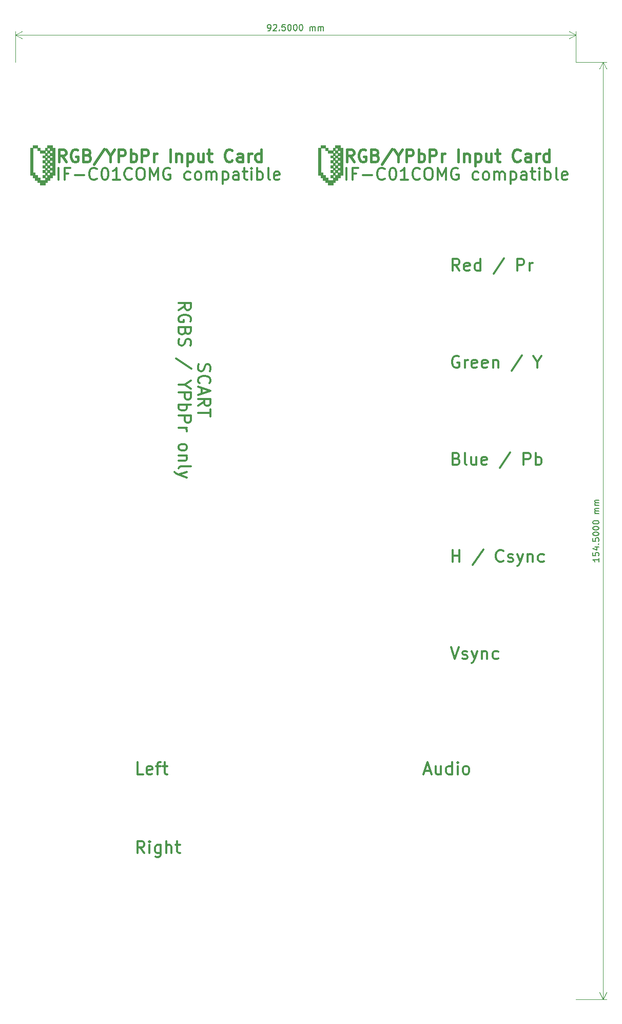
<source format=gbr>
G04 #@! TF.GenerationSoftware,KiCad,Pcbnew,(6.0.5)*
G04 #@! TF.CreationDate,2022-09-16T18:15:02+12:00*
G04 #@! TF.ProjectId,JVCard-panel,4a564361-7264-42d7-9061-6e656c2e6b69,rev?*
G04 #@! TF.SameCoordinates,Original*
G04 #@! TF.FileFunction,Legend,Top*
G04 #@! TF.FilePolarity,Positive*
%FSLAX46Y46*%
G04 Gerber Fmt 4.6, Leading zero omitted, Abs format (unit mm)*
G04 Created by KiCad (PCBNEW (6.0.5)) date 2022-09-16 18:15:02*
%MOMM*%
%LPD*%
G01*
G04 APERTURE LIST*
%ADD10C,0.150000*%
%ADD11C,0.120000*%
%ADD12C,0.300000*%
%ADD13C,0.400000*%
%ADD14C,0.010000*%
G04 APERTURE END LIST*
D10*
X-125773809Y7697619D02*
X-125583333Y7697619D01*
X-125488095Y7745238D01*
X-125440476Y7792857D01*
X-125345238Y7935714D01*
X-125297619Y8126190D01*
X-125297619Y8507142D01*
X-125345238Y8602380D01*
X-125392857Y8650000D01*
X-125488095Y8697619D01*
X-125678571Y8697619D01*
X-125773809Y8650000D01*
X-125821428Y8602380D01*
X-125869047Y8507142D01*
X-125869047Y8269047D01*
X-125821428Y8173809D01*
X-125773809Y8126190D01*
X-125678571Y8078571D01*
X-125488095Y8078571D01*
X-125392857Y8126190D01*
X-125345238Y8173809D01*
X-125297619Y8269047D01*
X-124916666Y8602380D02*
X-124869047Y8650000D01*
X-124773809Y8697619D01*
X-124535714Y8697619D01*
X-124440476Y8650000D01*
X-124392857Y8602380D01*
X-124345238Y8507142D01*
X-124345238Y8411904D01*
X-124392857Y8269047D01*
X-124964285Y7697619D01*
X-124345238Y7697619D01*
X-123916666Y7792857D02*
X-123869047Y7745238D01*
X-123916666Y7697619D01*
X-123964285Y7745238D01*
X-123916666Y7792857D01*
X-123916666Y7697619D01*
X-122964285Y8697619D02*
X-123440476Y8697619D01*
X-123488095Y8221428D01*
X-123440476Y8269047D01*
X-123345238Y8316666D01*
X-123107142Y8316666D01*
X-123011904Y8269047D01*
X-122964285Y8221428D01*
X-122916666Y8126190D01*
X-122916666Y7888095D01*
X-122964285Y7792857D01*
X-123011904Y7745238D01*
X-123107142Y7697619D01*
X-123345238Y7697619D01*
X-123440476Y7745238D01*
X-123488095Y7792857D01*
X-122297619Y8697619D02*
X-122202380Y8697619D01*
X-122107142Y8650000D01*
X-122059523Y8602380D01*
X-122011904Y8507142D01*
X-121964285Y8316666D01*
X-121964285Y8078571D01*
X-122011904Y7888095D01*
X-122059523Y7792857D01*
X-122107142Y7745238D01*
X-122202380Y7697619D01*
X-122297619Y7697619D01*
X-122392857Y7745238D01*
X-122440476Y7792857D01*
X-122488095Y7888095D01*
X-122535714Y8078571D01*
X-122535714Y8316666D01*
X-122488095Y8507142D01*
X-122440476Y8602380D01*
X-122392857Y8650000D01*
X-122297619Y8697619D01*
X-121345238Y8697619D02*
X-121250000Y8697619D01*
X-121154761Y8650000D01*
X-121107142Y8602380D01*
X-121059523Y8507142D01*
X-121011904Y8316666D01*
X-121011904Y8078571D01*
X-121059523Y7888095D01*
X-121107142Y7792857D01*
X-121154761Y7745238D01*
X-121250000Y7697619D01*
X-121345238Y7697619D01*
X-121440476Y7745238D01*
X-121488095Y7792857D01*
X-121535714Y7888095D01*
X-121583333Y8078571D01*
X-121583333Y8316666D01*
X-121535714Y8507142D01*
X-121488095Y8602380D01*
X-121440476Y8650000D01*
X-121345238Y8697619D01*
X-120392857Y8697619D02*
X-120297619Y8697619D01*
X-120202380Y8650000D01*
X-120154761Y8602380D01*
X-120107142Y8507142D01*
X-120059523Y8316666D01*
X-120059523Y8078571D01*
X-120107142Y7888095D01*
X-120154761Y7792857D01*
X-120202380Y7745238D01*
X-120297619Y7697619D01*
X-120392857Y7697619D01*
X-120488095Y7745238D01*
X-120535714Y7792857D01*
X-120583333Y7888095D01*
X-120630952Y8078571D01*
X-120630952Y8316666D01*
X-120583333Y8507142D01*
X-120535714Y8602380D01*
X-120488095Y8650000D01*
X-120392857Y8697619D01*
X-118869047Y7697619D02*
X-118869047Y8364285D01*
X-118869047Y8269047D02*
X-118821428Y8316666D01*
X-118726190Y8364285D01*
X-118583333Y8364285D01*
X-118488095Y8316666D01*
X-118440476Y8221428D01*
X-118440476Y7697619D01*
X-118440476Y8221428D02*
X-118392857Y8316666D01*
X-118297619Y8364285D01*
X-118154761Y8364285D01*
X-118059523Y8316666D01*
X-118011904Y8221428D01*
X-118011904Y7697619D01*
X-117535714Y7697619D02*
X-117535714Y8364285D01*
X-117535714Y8269047D02*
X-117488095Y8316666D01*
X-117392857Y8364285D01*
X-117250000Y8364285D01*
X-117154761Y8316666D01*
X-117107142Y8221428D01*
X-117107142Y7697619D01*
X-117107142Y8221428D02*
X-117059523Y8316666D01*
X-116964285Y8364285D01*
X-116821428Y8364285D01*
X-116726190Y8316666D01*
X-116678571Y8221428D01*
X-116678571Y7697619D01*
D11*
X-75000000Y2500000D02*
X-75000000Y7586420D01*
X-167500000Y2500000D02*
X-167500000Y7586420D01*
X-75000000Y7000000D02*
X-167500000Y7000000D01*
X-75000000Y7000000D02*
X-167500000Y7000000D01*
X-75000000Y7000000D02*
X-76126504Y7586421D01*
X-75000000Y7000000D02*
X-76126504Y6413579D01*
X-167500000Y7000000D02*
X-166373496Y6413579D01*
X-167500000Y7000000D02*
X-166373496Y7586421D01*
D10*
X-71197619Y-79273809D02*
X-71197619Y-79845238D01*
X-71197619Y-79559523D02*
X-72197619Y-79559523D01*
X-72054761Y-79654761D01*
X-71959523Y-79750000D01*
X-71911904Y-79845238D01*
X-72197619Y-78369047D02*
X-72197619Y-78845238D01*
X-71721428Y-78892857D01*
X-71769047Y-78845238D01*
X-71816666Y-78750000D01*
X-71816666Y-78511904D01*
X-71769047Y-78416666D01*
X-71721428Y-78369047D01*
X-71626190Y-78321428D01*
X-71388095Y-78321428D01*
X-71292857Y-78369047D01*
X-71245238Y-78416666D01*
X-71197619Y-78511904D01*
X-71197619Y-78750000D01*
X-71245238Y-78845238D01*
X-71292857Y-78892857D01*
X-71864285Y-77464285D02*
X-71197619Y-77464285D01*
X-72245238Y-77702380D02*
X-71530952Y-77940476D01*
X-71530952Y-77321428D01*
X-71292857Y-76940476D02*
X-71245238Y-76892857D01*
X-71197619Y-76940476D01*
X-71245238Y-76988095D01*
X-71292857Y-76940476D01*
X-71197619Y-76940476D01*
X-72197619Y-75988095D02*
X-72197619Y-76464285D01*
X-71721428Y-76511904D01*
X-71769047Y-76464285D01*
X-71816666Y-76369047D01*
X-71816666Y-76130952D01*
X-71769047Y-76035714D01*
X-71721428Y-75988095D01*
X-71626190Y-75940476D01*
X-71388095Y-75940476D01*
X-71292857Y-75988095D01*
X-71245238Y-76035714D01*
X-71197619Y-76130952D01*
X-71197619Y-76369047D01*
X-71245238Y-76464285D01*
X-71292857Y-76511904D01*
X-72197619Y-75321428D02*
X-72197619Y-75226190D01*
X-72150000Y-75130952D01*
X-72102380Y-75083333D01*
X-72007142Y-75035714D01*
X-71816666Y-74988095D01*
X-71578571Y-74988095D01*
X-71388095Y-75035714D01*
X-71292857Y-75083333D01*
X-71245238Y-75130952D01*
X-71197619Y-75226190D01*
X-71197619Y-75321428D01*
X-71245238Y-75416666D01*
X-71292857Y-75464285D01*
X-71388095Y-75511904D01*
X-71578571Y-75559523D01*
X-71816666Y-75559523D01*
X-72007142Y-75511904D01*
X-72102380Y-75464285D01*
X-72150000Y-75416666D01*
X-72197619Y-75321428D01*
X-72197619Y-74369047D02*
X-72197619Y-74273809D01*
X-72150000Y-74178571D01*
X-72102380Y-74130952D01*
X-72007142Y-74083333D01*
X-71816666Y-74035714D01*
X-71578571Y-74035714D01*
X-71388095Y-74083333D01*
X-71292857Y-74130952D01*
X-71245238Y-74178571D01*
X-71197619Y-74273809D01*
X-71197619Y-74369047D01*
X-71245238Y-74464285D01*
X-71292857Y-74511904D01*
X-71388095Y-74559523D01*
X-71578571Y-74607142D01*
X-71816666Y-74607142D01*
X-72007142Y-74559523D01*
X-72102380Y-74511904D01*
X-72150000Y-74464285D01*
X-72197619Y-74369047D01*
X-72197619Y-73416666D02*
X-72197619Y-73321428D01*
X-72150000Y-73226190D01*
X-72102380Y-73178571D01*
X-72007142Y-73130952D01*
X-71816666Y-73083333D01*
X-71578571Y-73083333D01*
X-71388095Y-73130952D01*
X-71292857Y-73178571D01*
X-71245238Y-73226190D01*
X-71197619Y-73321428D01*
X-71197619Y-73416666D01*
X-71245238Y-73511904D01*
X-71292857Y-73559523D01*
X-71388095Y-73607142D01*
X-71578571Y-73654761D01*
X-71816666Y-73654761D01*
X-72007142Y-73607142D01*
X-72102380Y-73559523D01*
X-72150000Y-73511904D01*
X-72197619Y-73416666D01*
X-71197619Y-71892857D02*
X-71864285Y-71892857D01*
X-71769047Y-71892857D02*
X-71816666Y-71845238D01*
X-71864285Y-71750000D01*
X-71864285Y-71607142D01*
X-71816666Y-71511904D01*
X-71721428Y-71464285D01*
X-71197619Y-71464285D01*
X-71721428Y-71464285D02*
X-71816666Y-71416666D01*
X-71864285Y-71321428D01*
X-71864285Y-71178571D01*
X-71816666Y-71083333D01*
X-71721428Y-71035714D01*
X-71197619Y-71035714D01*
X-71197619Y-70559523D02*
X-71864285Y-70559523D01*
X-71769047Y-70559523D02*
X-71816666Y-70511904D01*
X-71864285Y-70416666D01*
X-71864285Y-70273809D01*
X-71816666Y-70178571D01*
X-71721428Y-70130952D01*
X-71197619Y-70130952D01*
X-71721428Y-70130952D02*
X-71816666Y-70083333D01*
X-71864285Y-69988095D01*
X-71864285Y-69845238D01*
X-71816666Y-69750000D01*
X-71721428Y-69702380D01*
X-71197619Y-69702380D01*
D11*
X-75000000Y2500000D02*
X-69913580Y2500000D01*
X-75000000Y-152000000D02*
X-69913580Y-152000000D01*
X-70500000Y2500000D02*
X-70500000Y-152000000D01*
X-70500000Y2500000D02*
X-70500000Y-152000000D01*
X-70500000Y2500000D02*
X-71086421Y1373496D01*
X-70500000Y2500000D02*
X-69913579Y1373496D01*
X-70500000Y-152000000D02*
X-69913579Y-150873496D01*
X-70500000Y-152000000D02*
X-71086421Y-150873496D01*
D12*
X-137199523Y-47309523D02*
X-137294761Y-47595238D01*
X-137294761Y-48071428D01*
X-137199523Y-48261904D01*
X-137104285Y-48357142D01*
X-136913809Y-48452380D01*
X-136723333Y-48452380D01*
X-136532857Y-48357142D01*
X-136437619Y-48261904D01*
X-136342380Y-48071428D01*
X-136247142Y-47690476D01*
X-136151904Y-47500000D01*
X-136056666Y-47404761D01*
X-135866190Y-47309523D01*
X-135675714Y-47309523D01*
X-135485238Y-47404761D01*
X-135390000Y-47500000D01*
X-135294761Y-47690476D01*
X-135294761Y-48166666D01*
X-135390000Y-48452380D01*
X-137104285Y-50452380D02*
X-137199523Y-50357142D01*
X-137294761Y-50071428D01*
X-137294761Y-49880952D01*
X-137199523Y-49595238D01*
X-137009047Y-49404761D01*
X-136818571Y-49309523D01*
X-136437619Y-49214285D01*
X-136151904Y-49214285D01*
X-135770952Y-49309523D01*
X-135580476Y-49404761D01*
X-135390000Y-49595238D01*
X-135294761Y-49880952D01*
X-135294761Y-50071428D01*
X-135390000Y-50357142D01*
X-135485238Y-50452380D01*
X-136723333Y-51214285D02*
X-136723333Y-52166666D01*
X-137294761Y-51023809D02*
X-135294761Y-51690476D01*
X-137294761Y-52357142D01*
X-137294761Y-54166666D02*
X-136342380Y-53500000D01*
X-137294761Y-53023809D02*
X-135294761Y-53023809D01*
X-135294761Y-53785714D01*
X-135390000Y-53976190D01*
X-135485238Y-54071428D01*
X-135675714Y-54166666D01*
X-135961428Y-54166666D01*
X-136151904Y-54071428D01*
X-136247142Y-53976190D01*
X-136342380Y-53785714D01*
X-136342380Y-53023809D01*
X-135294761Y-54738095D02*
X-135294761Y-55880952D01*
X-137294761Y-55309523D02*
X-135294761Y-55309523D01*
X-140514761Y-38357142D02*
X-139562380Y-37690476D01*
X-140514761Y-37214285D02*
X-138514761Y-37214285D01*
X-138514761Y-37976190D01*
X-138610000Y-38166666D01*
X-138705238Y-38261904D01*
X-138895714Y-38357142D01*
X-139181428Y-38357142D01*
X-139371904Y-38261904D01*
X-139467142Y-38166666D01*
X-139562380Y-37976190D01*
X-139562380Y-37214285D01*
X-138610000Y-40261904D02*
X-138514761Y-40071428D01*
X-138514761Y-39785714D01*
X-138610000Y-39500000D01*
X-138800476Y-39309523D01*
X-138990952Y-39214285D01*
X-139371904Y-39119047D01*
X-139657619Y-39119047D01*
X-140038571Y-39214285D01*
X-140229047Y-39309523D01*
X-140419523Y-39500000D01*
X-140514761Y-39785714D01*
X-140514761Y-39976190D01*
X-140419523Y-40261904D01*
X-140324285Y-40357142D01*
X-139657619Y-40357142D01*
X-139657619Y-39976190D01*
X-139467142Y-41880952D02*
X-139562380Y-42166666D01*
X-139657619Y-42261904D01*
X-139848095Y-42357142D01*
X-140133809Y-42357142D01*
X-140324285Y-42261904D01*
X-140419523Y-42166666D01*
X-140514761Y-41976190D01*
X-140514761Y-41214285D01*
X-138514761Y-41214285D01*
X-138514761Y-41880952D01*
X-138610000Y-42071428D01*
X-138705238Y-42166666D01*
X-138895714Y-42261904D01*
X-139086190Y-42261904D01*
X-139276666Y-42166666D01*
X-139371904Y-42071428D01*
X-139467142Y-41880952D01*
X-139467142Y-41214285D01*
X-140419523Y-43119047D02*
X-140514761Y-43404761D01*
X-140514761Y-43880952D01*
X-140419523Y-44071428D01*
X-140324285Y-44166666D01*
X-140133809Y-44261904D01*
X-139943333Y-44261904D01*
X-139752857Y-44166666D01*
X-139657619Y-44071428D01*
X-139562380Y-43880952D01*
X-139467142Y-43500000D01*
X-139371904Y-43309523D01*
X-139276666Y-43214285D01*
X-139086190Y-43119047D01*
X-138895714Y-43119047D01*
X-138705238Y-43214285D01*
X-138610000Y-43309523D01*
X-138514761Y-43500000D01*
X-138514761Y-43976190D01*
X-138610000Y-44261904D01*
X-138419523Y-48071428D02*
X-140990952Y-46357142D01*
X-139562380Y-50642857D02*
X-140514761Y-50642857D01*
X-138514761Y-49976190D02*
X-139562380Y-50642857D01*
X-138514761Y-51309523D01*
X-140514761Y-51976190D02*
X-138514761Y-51976190D01*
X-138514761Y-52738095D01*
X-138610000Y-52928571D01*
X-138705238Y-53023809D01*
X-138895714Y-53119047D01*
X-139181428Y-53119047D01*
X-139371904Y-53023809D01*
X-139467142Y-52928571D01*
X-139562380Y-52738095D01*
X-139562380Y-51976190D01*
X-140514761Y-53976190D02*
X-138514761Y-53976190D01*
X-139276666Y-53976190D02*
X-139181428Y-54166666D01*
X-139181428Y-54547619D01*
X-139276666Y-54738095D01*
X-139371904Y-54833333D01*
X-139562380Y-54928571D01*
X-140133809Y-54928571D01*
X-140324285Y-54833333D01*
X-140419523Y-54738095D01*
X-140514761Y-54547619D01*
X-140514761Y-54166666D01*
X-140419523Y-53976190D01*
X-140514761Y-55785714D02*
X-138514761Y-55785714D01*
X-138514761Y-56547619D01*
X-138610000Y-56738095D01*
X-138705238Y-56833333D01*
X-138895714Y-56928571D01*
X-139181428Y-56928571D01*
X-139371904Y-56833333D01*
X-139467142Y-56738095D01*
X-139562380Y-56547619D01*
X-139562380Y-55785714D01*
X-140514761Y-57785714D02*
X-139181428Y-57785714D01*
X-139562380Y-57785714D02*
X-139371904Y-57880952D01*
X-139276666Y-57976190D01*
X-139181428Y-58166666D01*
X-139181428Y-58357142D01*
X-140514761Y-60833333D02*
X-140419523Y-60642857D01*
X-140324285Y-60547619D01*
X-140133809Y-60452380D01*
X-139562380Y-60452380D01*
X-139371904Y-60547619D01*
X-139276666Y-60642857D01*
X-139181428Y-60833333D01*
X-139181428Y-61119047D01*
X-139276666Y-61309523D01*
X-139371904Y-61404761D01*
X-139562380Y-61500000D01*
X-140133809Y-61500000D01*
X-140324285Y-61404761D01*
X-140419523Y-61309523D01*
X-140514761Y-61119047D01*
X-140514761Y-60833333D01*
X-139181428Y-62357142D02*
X-140514761Y-62357142D01*
X-139371904Y-62357142D02*
X-139276666Y-62452380D01*
X-139181428Y-62642857D01*
X-139181428Y-62928571D01*
X-139276666Y-63119047D01*
X-139467142Y-63214285D01*
X-140514761Y-63214285D01*
X-140514761Y-64452380D02*
X-140419523Y-64261904D01*
X-140229047Y-64166666D01*
X-138514761Y-64166666D01*
X-139181428Y-65023809D02*
X-140514761Y-65500000D01*
X-139181428Y-65976190D02*
X-140514761Y-65500000D01*
X-140990952Y-65309523D01*
X-141086190Y-65214285D01*
X-141181428Y-65023809D01*
D13*
X-159120952Y-13904761D02*
X-159787619Y-12952380D01*
X-160263809Y-13904761D02*
X-160263809Y-11904761D01*
X-159501904Y-11904761D01*
X-159311428Y-12000000D01*
X-159216190Y-12095238D01*
X-159120952Y-12285714D01*
X-159120952Y-12571428D01*
X-159216190Y-12761904D01*
X-159311428Y-12857142D01*
X-159501904Y-12952380D01*
X-160263809Y-12952380D01*
X-157216190Y-12000000D02*
X-157406666Y-11904761D01*
X-157692380Y-11904761D01*
X-157978095Y-12000000D01*
X-158168571Y-12190476D01*
X-158263809Y-12380952D01*
X-158359047Y-12761904D01*
X-158359047Y-13047619D01*
X-158263809Y-13428571D01*
X-158168571Y-13619047D01*
X-157978095Y-13809523D01*
X-157692380Y-13904761D01*
X-157501904Y-13904761D01*
X-157216190Y-13809523D01*
X-157120952Y-13714285D01*
X-157120952Y-13047619D01*
X-157501904Y-13047619D01*
X-155597142Y-12857142D02*
X-155311428Y-12952380D01*
X-155216190Y-13047619D01*
X-155120952Y-13238095D01*
X-155120952Y-13523809D01*
X-155216190Y-13714285D01*
X-155311428Y-13809523D01*
X-155501904Y-13904761D01*
X-156263809Y-13904761D01*
X-156263809Y-11904761D01*
X-155597142Y-11904761D01*
X-155406666Y-12000000D01*
X-155311428Y-12095238D01*
X-155216190Y-12285714D01*
X-155216190Y-12476190D01*
X-155311428Y-12666666D01*
X-155406666Y-12761904D01*
X-155597142Y-12857142D01*
X-156263809Y-12857142D01*
X-152835238Y-11809523D02*
X-154549523Y-14380952D01*
X-151787619Y-12952380D02*
X-151787619Y-13904761D01*
X-152454285Y-11904761D02*
X-151787619Y-12952380D01*
X-151120952Y-11904761D01*
X-150454285Y-13904761D02*
X-150454285Y-11904761D01*
X-149692380Y-11904761D01*
X-149501904Y-12000000D01*
X-149406666Y-12095238D01*
X-149311428Y-12285714D01*
X-149311428Y-12571428D01*
X-149406666Y-12761904D01*
X-149501904Y-12857142D01*
X-149692380Y-12952380D01*
X-150454285Y-12952380D01*
X-148454285Y-13904761D02*
X-148454285Y-11904761D01*
X-148454285Y-12666666D02*
X-148263809Y-12571428D01*
X-147882857Y-12571428D01*
X-147692380Y-12666666D01*
X-147597142Y-12761904D01*
X-147501904Y-12952380D01*
X-147501904Y-13523809D01*
X-147597142Y-13714285D01*
X-147692380Y-13809523D01*
X-147882857Y-13904761D01*
X-148263809Y-13904761D01*
X-148454285Y-13809523D01*
X-146644761Y-13904761D02*
X-146644761Y-11904761D01*
X-145882857Y-11904761D01*
X-145692380Y-12000000D01*
X-145597142Y-12095238D01*
X-145501904Y-12285714D01*
X-145501904Y-12571428D01*
X-145597142Y-12761904D01*
X-145692380Y-12857142D01*
X-145882857Y-12952380D01*
X-146644761Y-12952380D01*
X-144644761Y-13904761D02*
X-144644761Y-12571428D01*
X-144644761Y-12952380D02*
X-144549523Y-12761904D01*
X-144454285Y-12666666D01*
X-144263809Y-12571428D01*
X-144073333Y-12571428D01*
X-141882857Y-13904761D02*
X-141882857Y-11904761D01*
X-140930476Y-12571428D02*
X-140930476Y-13904761D01*
X-140930476Y-12761904D02*
X-140835238Y-12666666D01*
X-140644761Y-12571428D01*
X-140359047Y-12571428D01*
X-140168571Y-12666666D01*
X-140073333Y-12857142D01*
X-140073333Y-13904761D01*
X-139120952Y-12571428D02*
X-139120952Y-14571428D01*
X-139120952Y-12666666D02*
X-138930476Y-12571428D01*
X-138549523Y-12571428D01*
X-138359047Y-12666666D01*
X-138263809Y-12761904D01*
X-138168571Y-12952380D01*
X-138168571Y-13523809D01*
X-138263809Y-13714285D01*
X-138359047Y-13809523D01*
X-138549523Y-13904761D01*
X-138930476Y-13904761D01*
X-139120952Y-13809523D01*
X-136454285Y-12571428D02*
X-136454285Y-13904761D01*
X-137311428Y-12571428D02*
X-137311428Y-13619047D01*
X-137216190Y-13809523D01*
X-137025714Y-13904761D01*
X-136740000Y-13904761D01*
X-136549523Y-13809523D01*
X-136454285Y-13714285D01*
X-135787619Y-12571428D02*
X-135025714Y-12571428D01*
X-135501904Y-11904761D02*
X-135501904Y-13619047D01*
X-135406666Y-13809523D01*
X-135216190Y-13904761D01*
X-135025714Y-13904761D01*
X-131692380Y-13714285D02*
X-131787619Y-13809523D01*
X-132073333Y-13904761D01*
X-132263809Y-13904761D01*
X-132549523Y-13809523D01*
X-132740000Y-13619047D01*
X-132835238Y-13428571D01*
X-132930476Y-13047619D01*
X-132930476Y-12761904D01*
X-132835238Y-12380952D01*
X-132740000Y-12190476D01*
X-132549523Y-12000000D01*
X-132263809Y-11904761D01*
X-132073333Y-11904761D01*
X-131787619Y-12000000D01*
X-131692380Y-12095238D01*
X-129978095Y-13904761D02*
X-129978095Y-12857142D01*
X-130073333Y-12666666D01*
X-130263809Y-12571428D01*
X-130644761Y-12571428D01*
X-130835238Y-12666666D01*
X-129978095Y-13809523D02*
X-130168571Y-13904761D01*
X-130644761Y-13904761D01*
X-130835238Y-13809523D01*
X-130930476Y-13619047D01*
X-130930476Y-13428571D01*
X-130835238Y-13238095D01*
X-130644761Y-13142857D01*
X-130168571Y-13142857D01*
X-129978095Y-13047619D01*
X-129025714Y-13904761D02*
X-129025714Y-12571428D01*
X-129025714Y-12952380D02*
X-128930476Y-12761904D01*
X-128835238Y-12666666D01*
X-128644761Y-12571428D01*
X-128454285Y-12571428D01*
X-126930476Y-13904761D02*
X-126930476Y-11904761D01*
X-126930476Y-13809523D02*
X-127120952Y-13904761D01*
X-127501904Y-13904761D01*
X-127692380Y-13809523D01*
X-127787619Y-13714285D01*
X-127882857Y-13523809D01*
X-127882857Y-12952380D01*
X-127787619Y-12761904D01*
X-127692380Y-12666666D01*
X-127501904Y-12571428D01*
X-127120952Y-12571428D01*
X-126930476Y-12666666D01*
D12*
X-146185952Y-127904761D02*
X-146852619Y-126952380D01*
X-147328809Y-127904761D02*
X-147328809Y-125904761D01*
X-146566904Y-125904761D01*
X-146376428Y-126000000D01*
X-146281190Y-126095238D01*
X-146185952Y-126285714D01*
X-146185952Y-126571428D01*
X-146281190Y-126761904D01*
X-146376428Y-126857142D01*
X-146566904Y-126952380D01*
X-147328809Y-126952380D01*
X-145328809Y-127904761D02*
X-145328809Y-126571428D01*
X-145328809Y-125904761D02*
X-145424047Y-126000000D01*
X-145328809Y-126095238D01*
X-145233571Y-126000000D01*
X-145328809Y-125904761D01*
X-145328809Y-126095238D01*
X-143519285Y-126571428D02*
X-143519285Y-128190476D01*
X-143614523Y-128380952D01*
X-143709761Y-128476190D01*
X-143900238Y-128571428D01*
X-144185952Y-128571428D01*
X-144376428Y-128476190D01*
X-143519285Y-127809523D02*
X-143709761Y-127904761D01*
X-144090714Y-127904761D01*
X-144281190Y-127809523D01*
X-144376428Y-127714285D01*
X-144471666Y-127523809D01*
X-144471666Y-126952380D01*
X-144376428Y-126761904D01*
X-144281190Y-126666666D01*
X-144090714Y-126571428D01*
X-143709761Y-126571428D01*
X-143519285Y-126666666D01*
X-142566904Y-127904761D02*
X-142566904Y-125904761D01*
X-141709761Y-127904761D02*
X-141709761Y-126857142D01*
X-141805000Y-126666666D01*
X-141995476Y-126571428D01*
X-142281190Y-126571428D01*
X-142471666Y-126666666D01*
X-142566904Y-126761904D01*
X-141043095Y-126571428D02*
X-140281190Y-126571428D01*
X-140757380Y-125904761D02*
X-140757380Y-127619047D01*
X-140662142Y-127809523D01*
X-140471666Y-127904761D01*
X-140281190Y-127904761D01*
X-160328809Y-16904761D02*
X-160328809Y-14904761D01*
X-158709761Y-15857142D02*
X-159376428Y-15857142D01*
X-159376428Y-16904761D02*
X-159376428Y-14904761D01*
X-158424047Y-14904761D01*
X-157662142Y-16142857D02*
X-156138333Y-16142857D01*
X-154043095Y-16714285D02*
X-154138333Y-16809523D01*
X-154424047Y-16904761D01*
X-154614523Y-16904761D01*
X-154900238Y-16809523D01*
X-155090714Y-16619047D01*
X-155185952Y-16428571D01*
X-155281190Y-16047619D01*
X-155281190Y-15761904D01*
X-155185952Y-15380952D01*
X-155090714Y-15190476D01*
X-154900238Y-15000000D01*
X-154614523Y-14904761D01*
X-154424047Y-14904761D01*
X-154138333Y-15000000D01*
X-154043095Y-15095238D01*
X-152805000Y-14904761D02*
X-152614523Y-14904761D01*
X-152424047Y-15000000D01*
X-152328809Y-15095238D01*
X-152233571Y-15285714D01*
X-152138333Y-15666666D01*
X-152138333Y-16142857D01*
X-152233571Y-16523809D01*
X-152328809Y-16714285D01*
X-152424047Y-16809523D01*
X-152614523Y-16904761D01*
X-152805000Y-16904761D01*
X-152995476Y-16809523D01*
X-153090714Y-16714285D01*
X-153185952Y-16523809D01*
X-153281190Y-16142857D01*
X-153281190Y-15666666D01*
X-153185952Y-15285714D01*
X-153090714Y-15095238D01*
X-152995476Y-15000000D01*
X-152805000Y-14904761D01*
X-150233571Y-16904761D02*
X-151376428Y-16904761D01*
X-150805000Y-16904761D02*
X-150805000Y-14904761D01*
X-150995476Y-15190476D01*
X-151185952Y-15380952D01*
X-151376428Y-15476190D01*
X-148233571Y-16714285D02*
X-148328809Y-16809523D01*
X-148614523Y-16904761D01*
X-148805000Y-16904761D01*
X-149090714Y-16809523D01*
X-149281190Y-16619047D01*
X-149376428Y-16428571D01*
X-149471666Y-16047619D01*
X-149471666Y-15761904D01*
X-149376428Y-15380952D01*
X-149281190Y-15190476D01*
X-149090714Y-15000000D01*
X-148805000Y-14904761D01*
X-148614523Y-14904761D01*
X-148328809Y-15000000D01*
X-148233571Y-15095238D01*
X-146995476Y-14904761D02*
X-146614523Y-14904761D01*
X-146424047Y-15000000D01*
X-146233571Y-15190476D01*
X-146138333Y-15571428D01*
X-146138333Y-16238095D01*
X-146233571Y-16619047D01*
X-146424047Y-16809523D01*
X-146614523Y-16904761D01*
X-146995476Y-16904761D01*
X-147185952Y-16809523D01*
X-147376428Y-16619047D01*
X-147471666Y-16238095D01*
X-147471666Y-15571428D01*
X-147376428Y-15190476D01*
X-147185952Y-15000000D01*
X-146995476Y-14904761D01*
X-145281190Y-16904761D02*
X-145281190Y-14904761D01*
X-144614523Y-16333333D01*
X-143947857Y-14904761D01*
X-143947857Y-16904761D01*
X-141947857Y-15000000D02*
X-142138333Y-14904761D01*
X-142424047Y-14904761D01*
X-142709761Y-15000000D01*
X-142900238Y-15190476D01*
X-142995476Y-15380952D01*
X-143090714Y-15761904D01*
X-143090714Y-16047619D01*
X-142995476Y-16428571D01*
X-142900238Y-16619047D01*
X-142709761Y-16809523D01*
X-142424047Y-16904761D01*
X-142233571Y-16904761D01*
X-141947857Y-16809523D01*
X-141852619Y-16714285D01*
X-141852619Y-16047619D01*
X-142233571Y-16047619D01*
X-138614523Y-16809523D02*
X-138805000Y-16904761D01*
X-139185952Y-16904761D01*
X-139376428Y-16809523D01*
X-139471666Y-16714285D01*
X-139566904Y-16523809D01*
X-139566904Y-15952380D01*
X-139471666Y-15761904D01*
X-139376428Y-15666666D01*
X-139185952Y-15571428D01*
X-138805000Y-15571428D01*
X-138614523Y-15666666D01*
X-137471666Y-16904761D02*
X-137662142Y-16809523D01*
X-137757380Y-16714285D01*
X-137852619Y-16523809D01*
X-137852619Y-15952380D01*
X-137757380Y-15761904D01*
X-137662142Y-15666666D01*
X-137471666Y-15571428D01*
X-137185952Y-15571428D01*
X-136995476Y-15666666D01*
X-136900238Y-15761904D01*
X-136805000Y-15952380D01*
X-136805000Y-16523809D01*
X-136900238Y-16714285D01*
X-136995476Y-16809523D01*
X-137185952Y-16904761D01*
X-137471666Y-16904761D01*
X-135947857Y-16904761D02*
X-135947857Y-15571428D01*
X-135947857Y-15761904D02*
X-135852619Y-15666666D01*
X-135662142Y-15571428D01*
X-135376428Y-15571428D01*
X-135185952Y-15666666D01*
X-135090714Y-15857142D01*
X-135090714Y-16904761D01*
X-135090714Y-15857142D02*
X-134995476Y-15666666D01*
X-134805000Y-15571428D01*
X-134519285Y-15571428D01*
X-134328809Y-15666666D01*
X-134233571Y-15857142D01*
X-134233571Y-16904761D01*
X-133281190Y-15571428D02*
X-133281190Y-17571428D01*
X-133281190Y-15666666D02*
X-133090714Y-15571428D01*
X-132709761Y-15571428D01*
X-132519285Y-15666666D01*
X-132424047Y-15761904D01*
X-132328809Y-15952380D01*
X-132328809Y-16523809D01*
X-132424047Y-16714285D01*
X-132519285Y-16809523D01*
X-132709761Y-16904761D01*
X-133090714Y-16904761D01*
X-133281190Y-16809523D01*
X-130614523Y-16904761D02*
X-130614523Y-15857142D01*
X-130709761Y-15666666D01*
X-130900238Y-15571428D01*
X-131281190Y-15571428D01*
X-131471666Y-15666666D01*
X-130614523Y-16809523D02*
X-130805000Y-16904761D01*
X-131281190Y-16904761D01*
X-131471666Y-16809523D01*
X-131566904Y-16619047D01*
X-131566904Y-16428571D01*
X-131471666Y-16238095D01*
X-131281190Y-16142857D01*
X-130805000Y-16142857D01*
X-130614523Y-16047619D01*
X-129947857Y-15571428D02*
X-129185952Y-15571428D01*
X-129662142Y-14904761D02*
X-129662142Y-16619047D01*
X-129566904Y-16809523D01*
X-129376428Y-16904761D01*
X-129185952Y-16904761D01*
X-128519285Y-16904761D02*
X-128519285Y-15571428D01*
X-128519285Y-14904761D02*
X-128614523Y-15000000D01*
X-128519285Y-15095238D01*
X-128424047Y-15000000D01*
X-128519285Y-14904761D01*
X-128519285Y-15095238D01*
X-127566904Y-16904761D02*
X-127566904Y-14904761D01*
X-127566904Y-15666666D02*
X-127376428Y-15571428D01*
X-126995476Y-15571428D01*
X-126805000Y-15666666D01*
X-126709761Y-15761904D01*
X-126614523Y-15952380D01*
X-126614523Y-16523809D01*
X-126709761Y-16714285D01*
X-126805000Y-16809523D01*
X-126995476Y-16904761D01*
X-127376428Y-16904761D01*
X-127566904Y-16809523D01*
X-125471666Y-16904761D02*
X-125662142Y-16809523D01*
X-125757380Y-16619047D01*
X-125757380Y-14904761D01*
X-123947857Y-16809523D02*
X-124138333Y-16904761D01*
X-124519285Y-16904761D01*
X-124709761Y-16809523D01*
X-124805000Y-16619047D01*
X-124805000Y-15857142D01*
X-124709761Y-15666666D01*
X-124519285Y-15571428D01*
X-124138333Y-15571428D01*
X-123947857Y-15666666D01*
X-123852619Y-15857142D01*
X-123852619Y-16047619D01*
X-124805000Y-16238095D01*
X-146376428Y-114904761D02*
X-147328809Y-114904761D01*
X-147328809Y-112904761D01*
X-144947857Y-114809523D02*
X-145138333Y-114904761D01*
X-145519285Y-114904761D01*
X-145709761Y-114809523D01*
X-145805000Y-114619047D01*
X-145805000Y-113857142D01*
X-145709761Y-113666666D01*
X-145519285Y-113571428D01*
X-145138333Y-113571428D01*
X-144947857Y-113666666D01*
X-144852619Y-113857142D01*
X-144852619Y-114047619D01*
X-145805000Y-114238095D01*
X-144281190Y-113571428D02*
X-143519285Y-113571428D01*
X-143995476Y-114904761D02*
X-143995476Y-113190476D01*
X-143900238Y-113000000D01*
X-143709761Y-112904761D01*
X-143519285Y-112904761D01*
X-143138333Y-113571428D02*
X-142376428Y-113571428D01*
X-142852619Y-112904761D02*
X-142852619Y-114619047D01*
X-142757380Y-114809523D01*
X-142566904Y-114904761D01*
X-142376428Y-114904761D01*
X-112828809Y-16904761D02*
X-112828809Y-14904761D01*
X-111209761Y-15857142D02*
X-111876428Y-15857142D01*
X-111876428Y-16904761D02*
X-111876428Y-14904761D01*
X-110924047Y-14904761D01*
X-110162142Y-16142857D02*
X-108638333Y-16142857D01*
X-106543095Y-16714285D02*
X-106638333Y-16809523D01*
X-106924047Y-16904761D01*
X-107114523Y-16904761D01*
X-107400238Y-16809523D01*
X-107590714Y-16619047D01*
X-107685952Y-16428571D01*
X-107781190Y-16047619D01*
X-107781190Y-15761904D01*
X-107685952Y-15380952D01*
X-107590714Y-15190476D01*
X-107400238Y-15000000D01*
X-107114523Y-14904761D01*
X-106924047Y-14904761D01*
X-106638333Y-15000000D01*
X-106543095Y-15095238D01*
X-105305000Y-14904761D02*
X-105114523Y-14904761D01*
X-104924047Y-15000000D01*
X-104828809Y-15095238D01*
X-104733571Y-15285714D01*
X-104638333Y-15666666D01*
X-104638333Y-16142857D01*
X-104733571Y-16523809D01*
X-104828809Y-16714285D01*
X-104924047Y-16809523D01*
X-105114523Y-16904761D01*
X-105305000Y-16904761D01*
X-105495476Y-16809523D01*
X-105590714Y-16714285D01*
X-105685952Y-16523809D01*
X-105781190Y-16142857D01*
X-105781190Y-15666666D01*
X-105685952Y-15285714D01*
X-105590714Y-15095238D01*
X-105495476Y-15000000D01*
X-105305000Y-14904761D01*
X-102733571Y-16904761D02*
X-103876428Y-16904761D01*
X-103305000Y-16904761D02*
X-103305000Y-14904761D01*
X-103495476Y-15190476D01*
X-103685952Y-15380952D01*
X-103876428Y-15476190D01*
X-100733571Y-16714285D02*
X-100828809Y-16809523D01*
X-101114523Y-16904761D01*
X-101305000Y-16904761D01*
X-101590714Y-16809523D01*
X-101781190Y-16619047D01*
X-101876428Y-16428571D01*
X-101971666Y-16047619D01*
X-101971666Y-15761904D01*
X-101876428Y-15380952D01*
X-101781190Y-15190476D01*
X-101590714Y-15000000D01*
X-101305000Y-14904761D01*
X-101114523Y-14904761D01*
X-100828809Y-15000000D01*
X-100733571Y-15095238D01*
X-99495476Y-14904761D02*
X-99114523Y-14904761D01*
X-98924047Y-15000000D01*
X-98733571Y-15190476D01*
X-98638333Y-15571428D01*
X-98638333Y-16238095D01*
X-98733571Y-16619047D01*
X-98924047Y-16809523D01*
X-99114523Y-16904761D01*
X-99495476Y-16904761D01*
X-99685952Y-16809523D01*
X-99876428Y-16619047D01*
X-99971666Y-16238095D01*
X-99971666Y-15571428D01*
X-99876428Y-15190476D01*
X-99685952Y-15000000D01*
X-99495476Y-14904761D01*
X-97781190Y-16904761D02*
X-97781190Y-14904761D01*
X-97114523Y-16333333D01*
X-96447857Y-14904761D01*
X-96447857Y-16904761D01*
X-94447857Y-15000000D02*
X-94638333Y-14904761D01*
X-94924047Y-14904761D01*
X-95209761Y-15000000D01*
X-95400238Y-15190476D01*
X-95495476Y-15380952D01*
X-95590714Y-15761904D01*
X-95590714Y-16047619D01*
X-95495476Y-16428571D01*
X-95400238Y-16619047D01*
X-95209761Y-16809523D01*
X-94924047Y-16904761D01*
X-94733571Y-16904761D01*
X-94447857Y-16809523D01*
X-94352619Y-16714285D01*
X-94352619Y-16047619D01*
X-94733571Y-16047619D01*
X-91114523Y-16809523D02*
X-91305000Y-16904761D01*
X-91685952Y-16904761D01*
X-91876428Y-16809523D01*
X-91971666Y-16714285D01*
X-92066904Y-16523809D01*
X-92066904Y-15952380D01*
X-91971666Y-15761904D01*
X-91876428Y-15666666D01*
X-91685952Y-15571428D01*
X-91305000Y-15571428D01*
X-91114523Y-15666666D01*
X-89971666Y-16904761D02*
X-90162142Y-16809523D01*
X-90257380Y-16714285D01*
X-90352619Y-16523809D01*
X-90352619Y-15952380D01*
X-90257380Y-15761904D01*
X-90162142Y-15666666D01*
X-89971666Y-15571428D01*
X-89685952Y-15571428D01*
X-89495476Y-15666666D01*
X-89400238Y-15761904D01*
X-89305000Y-15952380D01*
X-89305000Y-16523809D01*
X-89400238Y-16714285D01*
X-89495476Y-16809523D01*
X-89685952Y-16904761D01*
X-89971666Y-16904761D01*
X-88447857Y-16904761D02*
X-88447857Y-15571428D01*
X-88447857Y-15761904D02*
X-88352619Y-15666666D01*
X-88162142Y-15571428D01*
X-87876428Y-15571428D01*
X-87685952Y-15666666D01*
X-87590714Y-15857142D01*
X-87590714Y-16904761D01*
X-87590714Y-15857142D02*
X-87495476Y-15666666D01*
X-87305000Y-15571428D01*
X-87019285Y-15571428D01*
X-86828809Y-15666666D01*
X-86733571Y-15857142D01*
X-86733571Y-16904761D01*
X-85781190Y-15571428D02*
X-85781190Y-17571428D01*
X-85781190Y-15666666D02*
X-85590714Y-15571428D01*
X-85209761Y-15571428D01*
X-85019285Y-15666666D01*
X-84924047Y-15761904D01*
X-84828809Y-15952380D01*
X-84828809Y-16523809D01*
X-84924047Y-16714285D01*
X-85019285Y-16809523D01*
X-85209761Y-16904761D01*
X-85590714Y-16904761D01*
X-85781190Y-16809523D01*
X-83114523Y-16904761D02*
X-83114523Y-15857142D01*
X-83209761Y-15666666D01*
X-83400238Y-15571428D01*
X-83781190Y-15571428D01*
X-83971666Y-15666666D01*
X-83114523Y-16809523D02*
X-83305000Y-16904761D01*
X-83781190Y-16904761D01*
X-83971666Y-16809523D01*
X-84066904Y-16619047D01*
X-84066904Y-16428571D01*
X-83971666Y-16238095D01*
X-83781190Y-16142857D01*
X-83305000Y-16142857D01*
X-83114523Y-16047619D01*
X-82447857Y-15571428D02*
X-81685952Y-15571428D01*
X-82162142Y-14904761D02*
X-82162142Y-16619047D01*
X-82066904Y-16809523D01*
X-81876428Y-16904761D01*
X-81685952Y-16904761D01*
X-81019285Y-16904761D02*
X-81019285Y-15571428D01*
X-81019285Y-14904761D02*
X-81114523Y-15000000D01*
X-81019285Y-15095238D01*
X-80924047Y-15000000D01*
X-81019285Y-14904761D01*
X-81019285Y-15095238D01*
X-80066904Y-16904761D02*
X-80066904Y-14904761D01*
X-80066904Y-15666666D02*
X-79876428Y-15571428D01*
X-79495476Y-15571428D01*
X-79305000Y-15666666D01*
X-79209761Y-15761904D01*
X-79114523Y-15952380D01*
X-79114523Y-16523809D01*
X-79209761Y-16714285D01*
X-79305000Y-16809523D01*
X-79495476Y-16904761D01*
X-79876428Y-16904761D01*
X-80066904Y-16809523D01*
X-77971666Y-16904761D02*
X-78162142Y-16809523D01*
X-78257380Y-16619047D01*
X-78257380Y-14904761D01*
X-76447857Y-16809523D02*
X-76638333Y-16904761D01*
X-77019285Y-16904761D01*
X-77209761Y-16809523D01*
X-77305000Y-16619047D01*
X-77305000Y-15857142D01*
X-77209761Y-15666666D01*
X-77019285Y-15571428D01*
X-76638333Y-15571428D01*
X-76447857Y-15666666D01*
X-76352619Y-15857142D01*
X-76352619Y-16047619D01*
X-77305000Y-16238095D01*
D13*
X-111620952Y-13904761D02*
X-112287619Y-12952380D01*
X-112763809Y-13904761D02*
X-112763809Y-11904761D01*
X-112001904Y-11904761D01*
X-111811428Y-12000000D01*
X-111716190Y-12095238D01*
X-111620952Y-12285714D01*
X-111620952Y-12571428D01*
X-111716190Y-12761904D01*
X-111811428Y-12857142D01*
X-112001904Y-12952380D01*
X-112763809Y-12952380D01*
X-109716190Y-12000000D02*
X-109906666Y-11904761D01*
X-110192380Y-11904761D01*
X-110478095Y-12000000D01*
X-110668571Y-12190476D01*
X-110763809Y-12380952D01*
X-110859047Y-12761904D01*
X-110859047Y-13047619D01*
X-110763809Y-13428571D01*
X-110668571Y-13619047D01*
X-110478095Y-13809523D01*
X-110192380Y-13904761D01*
X-110001904Y-13904761D01*
X-109716190Y-13809523D01*
X-109620952Y-13714285D01*
X-109620952Y-13047619D01*
X-110001904Y-13047619D01*
X-108097142Y-12857142D02*
X-107811428Y-12952380D01*
X-107716190Y-13047619D01*
X-107620952Y-13238095D01*
X-107620952Y-13523809D01*
X-107716190Y-13714285D01*
X-107811428Y-13809523D01*
X-108001904Y-13904761D01*
X-108763809Y-13904761D01*
X-108763809Y-11904761D01*
X-108097142Y-11904761D01*
X-107906666Y-12000000D01*
X-107811428Y-12095238D01*
X-107716190Y-12285714D01*
X-107716190Y-12476190D01*
X-107811428Y-12666666D01*
X-107906666Y-12761904D01*
X-108097142Y-12857142D01*
X-108763809Y-12857142D01*
X-105335238Y-11809523D02*
X-107049523Y-14380952D01*
X-104287619Y-12952380D02*
X-104287619Y-13904761D01*
X-104954285Y-11904761D02*
X-104287619Y-12952380D01*
X-103620952Y-11904761D01*
X-102954285Y-13904761D02*
X-102954285Y-11904761D01*
X-102192380Y-11904761D01*
X-102001904Y-12000000D01*
X-101906666Y-12095238D01*
X-101811428Y-12285714D01*
X-101811428Y-12571428D01*
X-101906666Y-12761904D01*
X-102001904Y-12857142D01*
X-102192380Y-12952380D01*
X-102954285Y-12952380D01*
X-100954285Y-13904761D02*
X-100954285Y-11904761D01*
X-100954285Y-12666666D02*
X-100763809Y-12571428D01*
X-100382857Y-12571428D01*
X-100192380Y-12666666D01*
X-100097142Y-12761904D01*
X-100001904Y-12952380D01*
X-100001904Y-13523809D01*
X-100097142Y-13714285D01*
X-100192380Y-13809523D01*
X-100382857Y-13904761D01*
X-100763809Y-13904761D01*
X-100954285Y-13809523D01*
X-99144761Y-13904761D02*
X-99144761Y-11904761D01*
X-98382857Y-11904761D01*
X-98192380Y-12000000D01*
X-98097142Y-12095238D01*
X-98001904Y-12285714D01*
X-98001904Y-12571428D01*
X-98097142Y-12761904D01*
X-98192380Y-12857142D01*
X-98382857Y-12952380D01*
X-99144761Y-12952380D01*
X-97144761Y-13904761D02*
X-97144761Y-12571428D01*
X-97144761Y-12952380D02*
X-97049523Y-12761904D01*
X-96954285Y-12666666D01*
X-96763809Y-12571428D01*
X-96573333Y-12571428D01*
X-94382857Y-13904761D02*
X-94382857Y-11904761D01*
X-93430476Y-12571428D02*
X-93430476Y-13904761D01*
X-93430476Y-12761904D02*
X-93335238Y-12666666D01*
X-93144761Y-12571428D01*
X-92859047Y-12571428D01*
X-92668571Y-12666666D01*
X-92573333Y-12857142D01*
X-92573333Y-13904761D01*
X-91620952Y-12571428D02*
X-91620952Y-14571428D01*
X-91620952Y-12666666D02*
X-91430476Y-12571428D01*
X-91049523Y-12571428D01*
X-90859047Y-12666666D01*
X-90763809Y-12761904D01*
X-90668571Y-12952380D01*
X-90668571Y-13523809D01*
X-90763809Y-13714285D01*
X-90859047Y-13809523D01*
X-91049523Y-13904761D01*
X-91430476Y-13904761D01*
X-91620952Y-13809523D01*
X-88954285Y-12571428D02*
X-88954285Y-13904761D01*
X-89811428Y-12571428D02*
X-89811428Y-13619047D01*
X-89716190Y-13809523D01*
X-89525714Y-13904761D01*
X-89240000Y-13904761D01*
X-89049523Y-13809523D01*
X-88954285Y-13714285D01*
X-88287619Y-12571428D02*
X-87525714Y-12571428D01*
X-88001904Y-11904761D02*
X-88001904Y-13619047D01*
X-87906666Y-13809523D01*
X-87716190Y-13904761D01*
X-87525714Y-13904761D01*
X-84192380Y-13714285D02*
X-84287619Y-13809523D01*
X-84573333Y-13904761D01*
X-84763809Y-13904761D01*
X-85049523Y-13809523D01*
X-85240000Y-13619047D01*
X-85335238Y-13428571D01*
X-85430476Y-13047619D01*
X-85430476Y-12761904D01*
X-85335238Y-12380952D01*
X-85240000Y-12190476D01*
X-85049523Y-12000000D01*
X-84763809Y-11904761D01*
X-84573333Y-11904761D01*
X-84287619Y-12000000D01*
X-84192380Y-12095238D01*
X-82478095Y-13904761D02*
X-82478095Y-12857142D01*
X-82573333Y-12666666D01*
X-82763809Y-12571428D01*
X-83144761Y-12571428D01*
X-83335238Y-12666666D01*
X-82478095Y-13809523D02*
X-82668571Y-13904761D01*
X-83144761Y-13904761D01*
X-83335238Y-13809523D01*
X-83430476Y-13619047D01*
X-83430476Y-13428571D01*
X-83335238Y-13238095D01*
X-83144761Y-13142857D01*
X-82668571Y-13142857D01*
X-82478095Y-13047619D01*
X-81525714Y-13904761D02*
X-81525714Y-12571428D01*
X-81525714Y-12952380D02*
X-81430476Y-12761904D01*
X-81335238Y-12666666D01*
X-81144761Y-12571428D01*
X-80954285Y-12571428D01*
X-79430476Y-13904761D02*
X-79430476Y-11904761D01*
X-79430476Y-13809523D02*
X-79620952Y-13904761D01*
X-80001904Y-13904761D01*
X-80192380Y-13809523D01*
X-80287619Y-13714285D01*
X-80382857Y-13523809D01*
X-80382857Y-12952380D01*
X-80287619Y-12761904D01*
X-80192380Y-12666666D01*
X-80001904Y-12571428D01*
X-79620952Y-12571428D01*
X-79430476Y-12666666D01*
D12*
X-99924047Y-114333333D02*
X-98971666Y-114333333D01*
X-100114523Y-114904761D02*
X-99447857Y-112904761D01*
X-98781190Y-114904761D01*
X-97257380Y-113571428D02*
X-97257380Y-114904761D01*
X-98114523Y-113571428D02*
X-98114523Y-114619047D01*
X-98019285Y-114809523D01*
X-97828809Y-114904761D01*
X-97543095Y-114904761D01*
X-97352619Y-114809523D01*
X-97257380Y-114714285D01*
X-95447857Y-114904761D02*
X-95447857Y-112904761D01*
X-95447857Y-114809523D02*
X-95638333Y-114904761D01*
X-96019285Y-114904761D01*
X-96209761Y-114809523D01*
X-96305000Y-114714285D01*
X-96400238Y-114523809D01*
X-96400238Y-113952380D01*
X-96305000Y-113761904D01*
X-96209761Y-113666666D01*
X-96019285Y-113571428D01*
X-95638333Y-113571428D01*
X-95447857Y-113666666D01*
X-94495476Y-114904761D02*
X-94495476Y-113571428D01*
X-94495476Y-112904761D02*
X-94590714Y-113000000D01*
X-94495476Y-113095238D01*
X-94400238Y-113000000D01*
X-94495476Y-112904761D01*
X-94495476Y-113095238D01*
X-93257380Y-114904761D02*
X-93447857Y-114809523D01*
X-93543095Y-114714285D01*
X-93638333Y-114523809D01*
X-93638333Y-113952380D01*
X-93543095Y-113761904D01*
X-93447857Y-113666666D01*
X-93257380Y-113571428D01*
X-92971666Y-113571428D01*
X-92781190Y-113666666D01*
X-92685952Y-113761904D01*
X-92590714Y-113952380D01*
X-92590714Y-114523809D01*
X-92685952Y-114714285D01*
X-92781190Y-114809523D01*
X-92971666Y-114904761D01*
X-93257380Y-114904761D01*
X-95614523Y-93904761D02*
X-94947857Y-95904761D01*
X-94281190Y-93904761D01*
X-93709761Y-95809523D02*
X-93519285Y-95904761D01*
X-93138333Y-95904761D01*
X-92947857Y-95809523D01*
X-92852619Y-95619047D01*
X-92852619Y-95523809D01*
X-92947857Y-95333333D01*
X-93138333Y-95238095D01*
X-93424047Y-95238095D01*
X-93614523Y-95142857D01*
X-93709761Y-94952380D01*
X-93709761Y-94857142D01*
X-93614523Y-94666666D01*
X-93424047Y-94571428D01*
X-93138333Y-94571428D01*
X-92947857Y-94666666D01*
X-92185952Y-94571428D02*
X-91709761Y-95904761D01*
X-91233571Y-94571428D02*
X-91709761Y-95904761D01*
X-91900238Y-96380952D01*
X-91995476Y-96476190D01*
X-92185952Y-96571428D01*
X-90471666Y-94571428D02*
X-90471666Y-95904761D01*
X-90471666Y-94761904D02*
X-90376428Y-94666666D01*
X-90185952Y-94571428D01*
X-89900238Y-94571428D01*
X-89709761Y-94666666D01*
X-89614523Y-94857142D01*
X-89614523Y-95904761D01*
X-87805000Y-95809523D02*
X-87995476Y-95904761D01*
X-88376428Y-95904761D01*
X-88566904Y-95809523D01*
X-88662142Y-95714285D01*
X-88757380Y-95523809D01*
X-88757380Y-94952380D01*
X-88662142Y-94761904D01*
X-88566904Y-94666666D01*
X-88376428Y-94571428D01*
X-87995476Y-94571428D01*
X-87805000Y-94666666D01*
X-95328809Y-79904761D02*
X-95328809Y-77904761D01*
X-95328809Y-78857142D02*
X-94185952Y-78857142D01*
X-94185952Y-79904761D02*
X-94185952Y-77904761D01*
X-90281190Y-77809523D02*
X-91995476Y-80380952D01*
X-86947857Y-79714285D02*
X-87043095Y-79809523D01*
X-87328809Y-79904761D01*
X-87519285Y-79904761D01*
X-87805000Y-79809523D01*
X-87995476Y-79619047D01*
X-88090714Y-79428571D01*
X-88185952Y-79047619D01*
X-88185952Y-78761904D01*
X-88090714Y-78380952D01*
X-87995476Y-78190476D01*
X-87805000Y-78000000D01*
X-87519285Y-77904761D01*
X-87328809Y-77904761D01*
X-87043095Y-78000000D01*
X-86947857Y-78095238D01*
X-86185952Y-79809523D02*
X-85995476Y-79904761D01*
X-85614523Y-79904761D01*
X-85424047Y-79809523D01*
X-85328809Y-79619047D01*
X-85328809Y-79523809D01*
X-85424047Y-79333333D01*
X-85614523Y-79238095D01*
X-85900238Y-79238095D01*
X-86090714Y-79142857D01*
X-86185952Y-78952380D01*
X-86185952Y-78857142D01*
X-86090714Y-78666666D01*
X-85900238Y-78571428D01*
X-85614523Y-78571428D01*
X-85424047Y-78666666D01*
X-84662142Y-78571428D02*
X-84185952Y-79904761D01*
X-83709761Y-78571428D02*
X-84185952Y-79904761D01*
X-84376428Y-80380952D01*
X-84471666Y-80476190D01*
X-84662142Y-80571428D01*
X-82947857Y-78571428D02*
X-82947857Y-79904761D01*
X-82947857Y-78761904D02*
X-82852619Y-78666666D01*
X-82662142Y-78571428D01*
X-82376428Y-78571428D01*
X-82185952Y-78666666D01*
X-82090714Y-78857142D01*
X-82090714Y-79904761D01*
X-80281190Y-79809523D02*
X-80471666Y-79904761D01*
X-80852619Y-79904761D01*
X-81043095Y-79809523D01*
X-81138333Y-79714285D01*
X-81233571Y-79523809D01*
X-81233571Y-78952380D01*
X-81138333Y-78761904D01*
X-81043095Y-78666666D01*
X-80852619Y-78571428D01*
X-80471666Y-78571428D01*
X-80281190Y-78666666D01*
X-94662142Y-62857142D02*
X-94376428Y-62952380D01*
X-94281190Y-63047619D01*
X-94185952Y-63238095D01*
X-94185952Y-63523809D01*
X-94281190Y-63714285D01*
X-94376428Y-63809523D01*
X-94566904Y-63904761D01*
X-95328809Y-63904761D01*
X-95328809Y-61904761D01*
X-94662142Y-61904761D01*
X-94471666Y-62000000D01*
X-94376428Y-62095238D01*
X-94281190Y-62285714D01*
X-94281190Y-62476190D01*
X-94376428Y-62666666D01*
X-94471666Y-62761904D01*
X-94662142Y-62857142D01*
X-95328809Y-62857142D01*
X-93043095Y-63904761D02*
X-93233571Y-63809523D01*
X-93328809Y-63619047D01*
X-93328809Y-61904761D01*
X-91424047Y-62571428D02*
X-91424047Y-63904761D01*
X-92281190Y-62571428D02*
X-92281190Y-63619047D01*
X-92185952Y-63809523D01*
X-91995476Y-63904761D01*
X-91709761Y-63904761D01*
X-91519285Y-63809523D01*
X-91424047Y-63714285D01*
X-89709761Y-63809523D02*
X-89900238Y-63904761D01*
X-90281190Y-63904761D01*
X-90471666Y-63809523D01*
X-90566904Y-63619047D01*
X-90566904Y-62857142D01*
X-90471666Y-62666666D01*
X-90281190Y-62571428D01*
X-89900238Y-62571428D01*
X-89709761Y-62666666D01*
X-89614523Y-62857142D01*
X-89614523Y-63047619D01*
X-90566904Y-63238095D01*
X-85805000Y-61809523D02*
X-87519285Y-64380952D01*
X-83614523Y-63904761D02*
X-83614523Y-61904761D01*
X-82852619Y-61904761D01*
X-82662142Y-62000000D01*
X-82566904Y-62095238D01*
X-82471666Y-62285714D01*
X-82471666Y-62571428D01*
X-82566904Y-62761904D01*
X-82662142Y-62857142D01*
X-82852619Y-62952380D01*
X-83614523Y-62952380D01*
X-81614523Y-63904761D02*
X-81614523Y-61904761D01*
X-81614523Y-62666666D02*
X-81424047Y-62571428D01*
X-81043095Y-62571428D01*
X-80852619Y-62666666D01*
X-80757380Y-62761904D01*
X-80662142Y-62952380D01*
X-80662142Y-63523809D01*
X-80757380Y-63714285D01*
X-80852619Y-63809523D01*
X-81043095Y-63904761D01*
X-81424047Y-63904761D01*
X-81614523Y-63809523D01*
X-94281190Y-46000000D02*
X-94471666Y-45904761D01*
X-94757380Y-45904761D01*
X-95043095Y-46000000D01*
X-95233571Y-46190476D01*
X-95328809Y-46380952D01*
X-95424047Y-46761904D01*
X-95424047Y-47047619D01*
X-95328809Y-47428571D01*
X-95233571Y-47619047D01*
X-95043095Y-47809523D01*
X-94757380Y-47904761D01*
X-94566904Y-47904761D01*
X-94281190Y-47809523D01*
X-94185952Y-47714285D01*
X-94185952Y-47047619D01*
X-94566904Y-47047619D01*
X-93328809Y-47904761D02*
X-93328809Y-46571428D01*
X-93328809Y-46952380D02*
X-93233571Y-46761904D01*
X-93138333Y-46666666D01*
X-92947857Y-46571428D01*
X-92757380Y-46571428D01*
X-91328809Y-47809523D02*
X-91519285Y-47904761D01*
X-91900238Y-47904761D01*
X-92090714Y-47809523D01*
X-92185952Y-47619047D01*
X-92185952Y-46857142D01*
X-92090714Y-46666666D01*
X-91900238Y-46571428D01*
X-91519285Y-46571428D01*
X-91328809Y-46666666D01*
X-91233571Y-46857142D01*
X-91233571Y-47047619D01*
X-92185952Y-47238095D01*
X-89614523Y-47809523D02*
X-89805000Y-47904761D01*
X-90185952Y-47904761D01*
X-90376428Y-47809523D01*
X-90471666Y-47619047D01*
X-90471666Y-46857142D01*
X-90376428Y-46666666D01*
X-90185952Y-46571428D01*
X-89805000Y-46571428D01*
X-89614523Y-46666666D01*
X-89519285Y-46857142D01*
X-89519285Y-47047619D01*
X-90471666Y-47238095D01*
X-88662142Y-46571428D02*
X-88662142Y-47904761D01*
X-88662142Y-46761904D02*
X-88566904Y-46666666D01*
X-88376428Y-46571428D01*
X-88090714Y-46571428D01*
X-87900238Y-46666666D01*
X-87805000Y-46857142D01*
X-87805000Y-47904761D01*
X-83900238Y-45809523D02*
X-85614523Y-48380952D01*
X-81328809Y-46952380D02*
X-81328809Y-47904761D01*
X-81995476Y-45904761D02*
X-81328809Y-46952380D01*
X-80662142Y-45904761D01*
X-94185952Y-31904761D02*
X-94852619Y-30952380D01*
X-95328809Y-31904761D02*
X-95328809Y-29904761D01*
X-94566904Y-29904761D01*
X-94376428Y-30000000D01*
X-94281190Y-30095238D01*
X-94185952Y-30285714D01*
X-94185952Y-30571428D01*
X-94281190Y-30761904D01*
X-94376428Y-30857142D01*
X-94566904Y-30952380D01*
X-95328809Y-30952380D01*
X-92566904Y-31809523D02*
X-92757380Y-31904761D01*
X-93138333Y-31904761D01*
X-93328809Y-31809523D01*
X-93424047Y-31619047D01*
X-93424047Y-30857142D01*
X-93328809Y-30666666D01*
X-93138333Y-30571428D01*
X-92757380Y-30571428D01*
X-92566904Y-30666666D01*
X-92471666Y-30857142D01*
X-92471666Y-31047619D01*
X-93424047Y-31238095D01*
X-90757380Y-31904761D02*
X-90757380Y-29904761D01*
X-90757380Y-31809523D02*
X-90947857Y-31904761D01*
X-91328809Y-31904761D01*
X-91519285Y-31809523D01*
X-91614523Y-31714285D01*
X-91709761Y-31523809D01*
X-91709761Y-30952380D01*
X-91614523Y-30761904D01*
X-91519285Y-30666666D01*
X-91328809Y-30571428D01*
X-90947857Y-30571428D01*
X-90757380Y-30666666D01*
X-86852619Y-29809523D02*
X-88566904Y-32380952D01*
X-84662142Y-31904761D02*
X-84662142Y-29904761D01*
X-83900238Y-29904761D01*
X-83709761Y-30000000D01*
X-83614523Y-30095238D01*
X-83519285Y-30285714D01*
X-83519285Y-30571428D01*
X-83614523Y-30761904D01*
X-83709761Y-30857142D01*
X-83900238Y-30952380D01*
X-84662142Y-30952380D01*
X-82662142Y-31904761D02*
X-82662142Y-30571428D01*
X-82662142Y-30952380D02*
X-82566904Y-30761904D01*
X-82471666Y-30666666D01*
X-82281190Y-30571428D01*
X-82090714Y-30571428D01*
G36*
X-163406400Y-12061600D02*
G01*
X-163812800Y-12061600D01*
X-163812800Y-11655200D01*
X-163406400Y-11655200D01*
X-163406400Y-12061600D01*
G37*
D14*
X-163406400Y-12061600D02*
X-163812800Y-12061600D01*
X-163812800Y-11655200D01*
X-163406400Y-11655200D01*
X-163406400Y-12061600D01*
G36*
X-163812800Y-11655200D02*
G01*
X-164625600Y-11655200D01*
X-164625600Y-11248800D01*
X-163812800Y-11248800D01*
X-163812800Y-11655200D01*
G37*
X-163812800Y-11655200D02*
X-164625600Y-11655200D01*
X-164625600Y-11248800D01*
X-163812800Y-11248800D01*
X-163812800Y-11655200D01*
G36*
X-161374400Y-11655200D02*
G01*
X-160968000Y-11655200D01*
X-160968000Y-16125600D01*
X-161374400Y-16125600D01*
X-161374400Y-16532000D01*
X-161780800Y-16532000D01*
X-161780800Y-16938400D01*
X-162187200Y-16938400D01*
X-162187200Y-17344800D01*
X-162593600Y-17344800D01*
X-162593600Y-17751200D01*
X-163406400Y-17751200D01*
X-163406400Y-17344800D01*
X-163812800Y-17344800D01*
X-163812800Y-16938400D01*
X-164219200Y-16938400D01*
X-164219200Y-16532000D01*
X-164625600Y-16532000D01*
X-164625600Y-16125600D01*
X-165032000Y-16125600D01*
X-165032000Y-11655200D01*
X-164625600Y-11655200D01*
X-164625600Y-15719200D01*
X-164219200Y-15719200D01*
X-164219200Y-16125600D01*
X-163812800Y-16125600D01*
X-163812800Y-16532000D01*
X-163406400Y-16532000D01*
X-163406400Y-16938400D01*
X-162593600Y-16938400D01*
X-162593600Y-16532000D01*
X-162187200Y-16532000D01*
X-162187200Y-16125600D01*
X-161780800Y-16125600D01*
X-161780800Y-15719200D01*
X-161374400Y-15719200D01*
X-161374400Y-15312800D01*
X-161780800Y-15312800D01*
X-161780800Y-14906400D01*
X-161374400Y-14906400D01*
X-161374400Y-14500000D01*
X-161780800Y-14500000D01*
X-161780800Y-14093600D01*
X-161374400Y-14093600D01*
X-161374400Y-13687200D01*
X-161780800Y-13687200D01*
X-161780800Y-13280800D01*
X-161374400Y-13280800D01*
X-161374400Y-12874400D01*
X-161780800Y-12874400D01*
X-161780800Y-12468000D01*
X-161374400Y-12468000D01*
X-161374400Y-12061600D01*
X-161780800Y-12061600D01*
X-161780800Y-11655200D01*
X-162187200Y-11655200D01*
X-162187200Y-11248800D01*
X-161374400Y-11248800D01*
X-161374400Y-11655200D01*
G37*
X-161374400Y-11655200D02*
X-160968000Y-11655200D01*
X-160968000Y-16125600D01*
X-161374400Y-16125600D01*
X-161374400Y-16532000D01*
X-161780800Y-16532000D01*
X-161780800Y-16938400D01*
X-162187200Y-16938400D01*
X-162187200Y-17344800D01*
X-162593600Y-17344800D01*
X-162593600Y-17751200D01*
X-163406400Y-17751200D01*
X-163406400Y-17344800D01*
X-163812800Y-17344800D01*
X-163812800Y-16938400D01*
X-164219200Y-16938400D01*
X-164219200Y-16532000D01*
X-164625600Y-16532000D01*
X-164625600Y-16125600D01*
X-165032000Y-16125600D01*
X-165032000Y-11655200D01*
X-164625600Y-11655200D01*
X-164625600Y-15719200D01*
X-164219200Y-15719200D01*
X-164219200Y-16125600D01*
X-163812800Y-16125600D01*
X-163812800Y-16532000D01*
X-163406400Y-16532000D01*
X-163406400Y-16938400D01*
X-162593600Y-16938400D01*
X-162593600Y-16532000D01*
X-162187200Y-16532000D01*
X-162187200Y-16125600D01*
X-161780800Y-16125600D01*
X-161780800Y-15719200D01*
X-161374400Y-15719200D01*
X-161374400Y-15312800D01*
X-161780800Y-15312800D01*
X-161780800Y-14906400D01*
X-161374400Y-14906400D01*
X-161374400Y-14500000D01*
X-161780800Y-14500000D01*
X-161780800Y-14093600D01*
X-161374400Y-14093600D01*
X-161374400Y-13687200D01*
X-161780800Y-13687200D01*
X-161780800Y-13280800D01*
X-161374400Y-13280800D01*
X-161374400Y-12874400D01*
X-161780800Y-12874400D01*
X-161780800Y-12468000D01*
X-161374400Y-12468000D01*
X-161374400Y-12061600D01*
X-161780800Y-12061600D01*
X-161780800Y-11655200D01*
X-162187200Y-11655200D01*
X-162187200Y-11248800D01*
X-161374400Y-11248800D01*
X-161374400Y-11655200D01*
G36*
X-162187200Y-12061600D02*
G01*
X-162593600Y-12061600D01*
X-162593600Y-11655200D01*
X-162187200Y-11655200D01*
X-162187200Y-12061600D01*
G37*
X-162187200Y-12061600D02*
X-162593600Y-12061600D01*
X-162593600Y-11655200D01*
X-162187200Y-11655200D01*
X-162187200Y-12061600D01*
G36*
X-162593600Y-12468000D02*
G01*
X-163406400Y-12468000D01*
X-163406400Y-12061600D01*
X-162593600Y-12061600D01*
X-162593600Y-12468000D01*
G37*
X-162593600Y-12468000D02*
X-163406400Y-12468000D01*
X-163406400Y-12061600D01*
X-162593600Y-12061600D01*
X-162593600Y-12468000D01*
G36*
X-162593600Y-16532000D02*
G01*
X-163000000Y-16532000D01*
X-163000000Y-16125600D01*
X-162593600Y-16125600D01*
X-162593600Y-16532000D01*
G37*
X-162593600Y-16532000D02*
X-163000000Y-16532000D01*
X-163000000Y-16125600D01*
X-162593600Y-16125600D01*
X-162593600Y-16532000D01*
G36*
X-161780800Y-12468000D02*
G01*
X-162187200Y-12468000D01*
X-162187200Y-12061600D01*
X-161780800Y-12061600D01*
X-161780800Y-12468000D01*
G37*
X-161780800Y-12468000D02*
X-162187200Y-12468000D01*
X-162187200Y-12061600D01*
X-161780800Y-12061600D01*
X-161780800Y-12468000D01*
G36*
X-162187200Y-12874400D02*
G01*
X-162593600Y-12874400D01*
X-162593600Y-12468000D01*
X-162187200Y-12468000D01*
X-162187200Y-12874400D01*
G37*
X-162187200Y-12874400D02*
X-162593600Y-12874400D01*
X-162593600Y-12468000D01*
X-162187200Y-12468000D01*
X-162187200Y-12874400D01*
G36*
X-162593600Y-13280800D02*
G01*
X-163000000Y-13280800D01*
X-163000000Y-12874400D01*
X-162593600Y-12874400D01*
X-162593600Y-13280800D01*
G37*
X-162593600Y-13280800D02*
X-163000000Y-13280800D01*
X-163000000Y-12874400D01*
X-162593600Y-12874400D01*
X-162593600Y-13280800D01*
G36*
X-161780800Y-13280800D02*
G01*
X-162187200Y-13280800D01*
X-162187200Y-12874400D01*
X-161780800Y-12874400D01*
X-161780800Y-13280800D01*
G37*
X-161780800Y-13280800D02*
X-162187200Y-13280800D01*
X-162187200Y-12874400D01*
X-161780800Y-12874400D01*
X-161780800Y-13280800D01*
G36*
X-162593600Y-14093600D02*
G01*
X-163000000Y-14093600D01*
X-163000000Y-13687200D01*
X-162593600Y-13687200D01*
X-162593600Y-14093600D01*
G37*
X-162593600Y-14093600D02*
X-163000000Y-14093600D01*
X-163000000Y-13687200D01*
X-162593600Y-13687200D01*
X-162593600Y-14093600D01*
G36*
X-161780800Y-14093600D02*
G01*
X-162187200Y-14093600D01*
X-162187200Y-13687200D01*
X-161780800Y-13687200D01*
X-161780800Y-14093600D01*
G37*
X-161780800Y-14093600D02*
X-162187200Y-14093600D01*
X-162187200Y-13687200D01*
X-161780800Y-13687200D01*
X-161780800Y-14093600D01*
G36*
X-162593600Y-14906400D02*
G01*
X-163000000Y-14906400D01*
X-163000000Y-14500000D01*
X-162593600Y-14500000D01*
X-162593600Y-14906400D01*
G37*
X-162593600Y-14906400D02*
X-163000000Y-14906400D01*
X-163000000Y-14500000D01*
X-162593600Y-14500000D01*
X-162593600Y-14906400D01*
G36*
X-161780800Y-14906400D02*
G01*
X-162187200Y-14906400D01*
X-162187200Y-14500000D01*
X-161780800Y-14500000D01*
X-161780800Y-14906400D01*
G37*
X-161780800Y-14906400D02*
X-162187200Y-14906400D01*
X-162187200Y-14500000D01*
X-161780800Y-14500000D01*
X-161780800Y-14906400D01*
G36*
X-162593600Y-15719200D02*
G01*
X-163000000Y-15719200D01*
X-163000000Y-15312800D01*
X-162593600Y-15312800D01*
X-162593600Y-15719200D01*
G37*
X-162593600Y-15719200D02*
X-163000000Y-15719200D01*
X-163000000Y-15312800D01*
X-162593600Y-15312800D01*
X-162593600Y-15719200D01*
G36*
X-161780800Y-15719200D02*
G01*
X-162187200Y-15719200D01*
X-162187200Y-15312800D01*
X-161780800Y-15312800D01*
X-161780800Y-15719200D01*
G37*
X-161780800Y-15719200D02*
X-162187200Y-15719200D01*
X-162187200Y-15312800D01*
X-161780800Y-15312800D01*
X-161780800Y-15719200D01*
G36*
X-162187200Y-13687200D02*
G01*
X-162593600Y-13687200D01*
X-162593600Y-13280800D01*
X-162187200Y-13280800D01*
X-162187200Y-13687200D01*
G37*
X-162187200Y-13687200D02*
X-162593600Y-13687200D01*
X-162593600Y-13280800D01*
X-162187200Y-13280800D01*
X-162187200Y-13687200D01*
G36*
X-162187200Y-14500000D02*
G01*
X-162593600Y-14500000D01*
X-162593600Y-14093600D01*
X-162187200Y-14093600D01*
X-162187200Y-14500000D01*
G37*
X-162187200Y-14500000D02*
X-162593600Y-14500000D01*
X-162593600Y-14093600D01*
X-162187200Y-14093600D01*
X-162187200Y-14500000D01*
G36*
X-162187200Y-15312800D02*
G01*
X-162593600Y-15312800D01*
X-162593600Y-14906400D01*
X-162187200Y-14906400D01*
X-162187200Y-15312800D01*
G37*
X-162187200Y-15312800D02*
X-162593600Y-15312800D01*
X-162593600Y-14906400D01*
X-162187200Y-14906400D01*
X-162187200Y-15312800D01*
G36*
X-162187200Y-16125600D02*
G01*
X-162593600Y-16125600D01*
X-162593600Y-15719200D01*
X-162187200Y-15719200D01*
X-162187200Y-16125600D01*
G37*
X-162187200Y-16125600D02*
X-162593600Y-16125600D01*
X-162593600Y-15719200D01*
X-162187200Y-15719200D01*
X-162187200Y-16125600D01*
G36*
X-114687200Y-16125600D02*
G01*
X-115093600Y-16125600D01*
X-115093600Y-15719200D01*
X-114687200Y-15719200D01*
X-114687200Y-16125600D01*
G37*
X-114687200Y-16125600D02*
X-115093600Y-16125600D01*
X-115093600Y-15719200D01*
X-114687200Y-15719200D01*
X-114687200Y-16125600D01*
G36*
X-114687200Y-15312800D02*
G01*
X-115093600Y-15312800D01*
X-115093600Y-14906400D01*
X-114687200Y-14906400D01*
X-114687200Y-15312800D01*
G37*
X-114687200Y-15312800D02*
X-115093600Y-15312800D01*
X-115093600Y-14906400D01*
X-114687200Y-14906400D01*
X-114687200Y-15312800D01*
G36*
X-114687200Y-14500000D02*
G01*
X-115093600Y-14500000D01*
X-115093600Y-14093600D01*
X-114687200Y-14093600D01*
X-114687200Y-14500000D01*
G37*
X-114687200Y-14500000D02*
X-115093600Y-14500000D01*
X-115093600Y-14093600D01*
X-114687200Y-14093600D01*
X-114687200Y-14500000D01*
G36*
X-114687200Y-13687200D02*
G01*
X-115093600Y-13687200D01*
X-115093600Y-13280800D01*
X-114687200Y-13280800D01*
X-114687200Y-13687200D01*
G37*
X-114687200Y-13687200D02*
X-115093600Y-13687200D01*
X-115093600Y-13280800D01*
X-114687200Y-13280800D01*
X-114687200Y-13687200D01*
G36*
X-114280800Y-15719200D02*
G01*
X-114687200Y-15719200D01*
X-114687200Y-15312800D01*
X-114280800Y-15312800D01*
X-114280800Y-15719200D01*
G37*
X-114280800Y-15719200D02*
X-114687200Y-15719200D01*
X-114687200Y-15312800D01*
X-114280800Y-15312800D01*
X-114280800Y-15719200D01*
G36*
X-115093600Y-15719200D02*
G01*
X-115500000Y-15719200D01*
X-115500000Y-15312800D01*
X-115093600Y-15312800D01*
X-115093600Y-15719200D01*
G37*
X-115093600Y-15719200D02*
X-115500000Y-15719200D01*
X-115500000Y-15312800D01*
X-115093600Y-15312800D01*
X-115093600Y-15719200D01*
G36*
X-114280800Y-14906400D02*
G01*
X-114687200Y-14906400D01*
X-114687200Y-14500000D01*
X-114280800Y-14500000D01*
X-114280800Y-14906400D01*
G37*
X-114280800Y-14906400D02*
X-114687200Y-14906400D01*
X-114687200Y-14500000D01*
X-114280800Y-14500000D01*
X-114280800Y-14906400D01*
G36*
X-115093600Y-14906400D02*
G01*
X-115500000Y-14906400D01*
X-115500000Y-14500000D01*
X-115093600Y-14500000D01*
X-115093600Y-14906400D01*
G37*
X-115093600Y-14906400D02*
X-115500000Y-14906400D01*
X-115500000Y-14500000D01*
X-115093600Y-14500000D01*
X-115093600Y-14906400D01*
G36*
X-114280800Y-14093600D02*
G01*
X-114687200Y-14093600D01*
X-114687200Y-13687200D01*
X-114280800Y-13687200D01*
X-114280800Y-14093600D01*
G37*
X-114280800Y-14093600D02*
X-114687200Y-14093600D01*
X-114687200Y-13687200D01*
X-114280800Y-13687200D01*
X-114280800Y-14093600D01*
G36*
X-115093600Y-14093600D02*
G01*
X-115500000Y-14093600D01*
X-115500000Y-13687200D01*
X-115093600Y-13687200D01*
X-115093600Y-14093600D01*
G37*
X-115093600Y-14093600D02*
X-115500000Y-14093600D01*
X-115500000Y-13687200D01*
X-115093600Y-13687200D01*
X-115093600Y-14093600D01*
G36*
X-114280800Y-13280800D02*
G01*
X-114687200Y-13280800D01*
X-114687200Y-12874400D01*
X-114280800Y-12874400D01*
X-114280800Y-13280800D01*
G37*
X-114280800Y-13280800D02*
X-114687200Y-13280800D01*
X-114687200Y-12874400D01*
X-114280800Y-12874400D01*
X-114280800Y-13280800D01*
G36*
X-115093600Y-13280800D02*
G01*
X-115500000Y-13280800D01*
X-115500000Y-12874400D01*
X-115093600Y-12874400D01*
X-115093600Y-13280800D01*
G37*
X-115093600Y-13280800D02*
X-115500000Y-13280800D01*
X-115500000Y-12874400D01*
X-115093600Y-12874400D01*
X-115093600Y-13280800D01*
G36*
X-114687200Y-12874400D02*
G01*
X-115093600Y-12874400D01*
X-115093600Y-12468000D01*
X-114687200Y-12468000D01*
X-114687200Y-12874400D01*
G37*
X-114687200Y-12874400D02*
X-115093600Y-12874400D01*
X-115093600Y-12468000D01*
X-114687200Y-12468000D01*
X-114687200Y-12874400D01*
G36*
X-114280800Y-12468000D02*
G01*
X-114687200Y-12468000D01*
X-114687200Y-12061600D01*
X-114280800Y-12061600D01*
X-114280800Y-12468000D01*
G37*
X-114280800Y-12468000D02*
X-114687200Y-12468000D01*
X-114687200Y-12061600D01*
X-114280800Y-12061600D01*
X-114280800Y-12468000D01*
G36*
X-115093600Y-16532000D02*
G01*
X-115500000Y-16532000D01*
X-115500000Y-16125600D01*
X-115093600Y-16125600D01*
X-115093600Y-16532000D01*
G37*
X-115093600Y-16532000D02*
X-115500000Y-16532000D01*
X-115500000Y-16125600D01*
X-115093600Y-16125600D01*
X-115093600Y-16532000D01*
G36*
X-115093600Y-12468000D02*
G01*
X-115906400Y-12468000D01*
X-115906400Y-12061600D01*
X-115093600Y-12061600D01*
X-115093600Y-12468000D01*
G37*
X-115093600Y-12468000D02*
X-115906400Y-12468000D01*
X-115906400Y-12061600D01*
X-115093600Y-12061600D01*
X-115093600Y-12468000D01*
G36*
X-114687200Y-12061600D02*
G01*
X-115093600Y-12061600D01*
X-115093600Y-11655200D01*
X-114687200Y-11655200D01*
X-114687200Y-12061600D01*
G37*
X-114687200Y-12061600D02*
X-115093600Y-12061600D01*
X-115093600Y-11655200D01*
X-114687200Y-11655200D01*
X-114687200Y-12061600D01*
G36*
X-113874400Y-11655200D02*
G01*
X-113468000Y-11655200D01*
X-113468000Y-16125600D01*
X-113874400Y-16125600D01*
X-113874400Y-16532000D01*
X-114280800Y-16532000D01*
X-114280800Y-16938400D01*
X-114687200Y-16938400D01*
X-114687200Y-17344800D01*
X-115093600Y-17344800D01*
X-115093600Y-17751200D01*
X-115906400Y-17751200D01*
X-115906400Y-17344800D01*
X-116312800Y-17344800D01*
X-116312800Y-16938400D01*
X-116719200Y-16938400D01*
X-116719200Y-16532000D01*
X-117125600Y-16532000D01*
X-117125600Y-16125600D01*
X-117532000Y-16125600D01*
X-117532000Y-11655200D01*
X-117125600Y-11655200D01*
X-117125600Y-15719200D01*
X-116719200Y-15719200D01*
X-116719200Y-16125600D01*
X-116312800Y-16125600D01*
X-116312800Y-16532000D01*
X-115906400Y-16532000D01*
X-115906400Y-16938400D01*
X-115093600Y-16938400D01*
X-115093600Y-16532000D01*
X-114687200Y-16532000D01*
X-114687200Y-16125600D01*
X-114280800Y-16125600D01*
X-114280800Y-15719200D01*
X-113874400Y-15719200D01*
X-113874400Y-15312800D01*
X-114280800Y-15312800D01*
X-114280800Y-14906400D01*
X-113874400Y-14906400D01*
X-113874400Y-14500000D01*
X-114280800Y-14500000D01*
X-114280800Y-14093600D01*
X-113874400Y-14093600D01*
X-113874400Y-13687200D01*
X-114280800Y-13687200D01*
X-114280800Y-13280800D01*
X-113874400Y-13280800D01*
X-113874400Y-12874400D01*
X-114280800Y-12874400D01*
X-114280800Y-12468000D01*
X-113874400Y-12468000D01*
X-113874400Y-12061600D01*
X-114280800Y-12061600D01*
X-114280800Y-11655200D01*
X-114687200Y-11655200D01*
X-114687200Y-11248800D01*
X-113874400Y-11248800D01*
X-113874400Y-11655200D01*
G37*
X-113874400Y-11655200D02*
X-113468000Y-11655200D01*
X-113468000Y-16125600D01*
X-113874400Y-16125600D01*
X-113874400Y-16532000D01*
X-114280800Y-16532000D01*
X-114280800Y-16938400D01*
X-114687200Y-16938400D01*
X-114687200Y-17344800D01*
X-115093600Y-17344800D01*
X-115093600Y-17751200D01*
X-115906400Y-17751200D01*
X-115906400Y-17344800D01*
X-116312800Y-17344800D01*
X-116312800Y-16938400D01*
X-116719200Y-16938400D01*
X-116719200Y-16532000D01*
X-117125600Y-16532000D01*
X-117125600Y-16125600D01*
X-117532000Y-16125600D01*
X-117532000Y-11655200D01*
X-117125600Y-11655200D01*
X-117125600Y-15719200D01*
X-116719200Y-15719200D01*
X-116719200Y-16125600D01*
X-116312800Y-16125600D01*
X-116312800Y-16532000D01*
X-115906400Y-16532000D01*
X-115906400Y-16938400D01*
X-115093600Y-16938400D01*
X-115093600Y-16532000D01*
X-114687200Y-16532000D01*
X-114687200Y-16125600D01*
X-114280800Y-16125600D01*
X-114280800Y-15719200D01*
X-113874400Y-15719200D01*
X-113874400Y-15312800D01*
X-114280800Y-15312800D01*
X-114280800Y-14906400D01*
X-113874400Y-14906400D01*
X-113874400Y-14500000D01*
X-114280800Y-14500000D01*
X-114280800Y-14093600D01*
X-113874400Y-14093600D01*
X-113874400Y-13687200D01*
X-114280800Y-13687200D01*
X-114280800Y-13280800D01*
X-113874400Y-13280800D01*
X-113874400Y-12874400D01*
X-114280800Y-12874400D01*
X-114280800Y-12468000D01*
X-113874400Y-12468000D01*
X-113874400Y-12061600D01*
X-114280800Y-12061600D01*
X-114280800Y-11655200D01*
X-114687200Y-11655200D01*
X-114687200Y-11248800D01*
X-113874400Y-11248800D01*
X-113874400Y-11655200D01*
G36*
X-116312800Y-11655200D02*
G01*
X-117125600Y-11655200D01*
X-117125600Y-11248800D01*
X-116312800Y-11248800D01*
X-116312800Y-11655200D01*
G37*
X-116312800Y-11655200D02*
X-117125600Y-11655200D01*
X-117125600Y-11248800D01*
X-116312800Y-11248800D01*
X-116312800Y-11655200D01*
G36*
X-115906400Y-12061600D02*
G01*
X-116312800Y-12061600D01*
X-116312800Y-11655200D01*
X-115906400Y-11655200D01*
X-115906400Y-12061600D01*
G37*
X-115906400Y-12061600D02*
X-116312800Y-12061600D01*
X-116312800Y-11655200D01*
X-115906400Y-11655200D01*
X-115906400Y-12061600D01*
M02*

</source>
